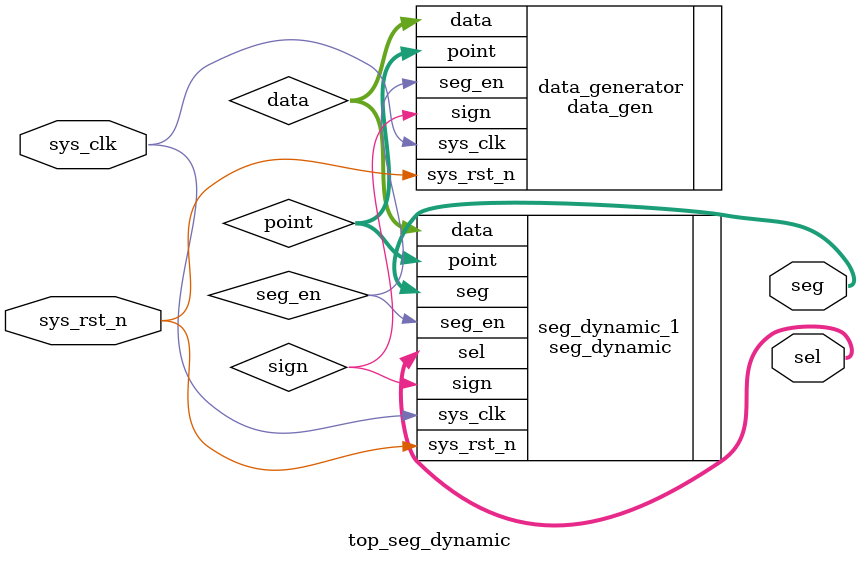
<source format=v>
module top_seg_dynamic
(
	input	wire		sys_clk		,
	input	wire		sys_rst_n	,
	
	output	wire	[5:0]	sel		,
	output	wire	[7:0]	seg
);

wire	[19:0]	data		;
wire	[5:0]	point		;
wire			seg_en		;
wire			sign        ;





data_gen
#(	.CNT_MAX(23'd499_9),
	.DATA_MAX(20'd999_999))
data_generator
(
	.sys_clk		(sys_clk)	,
	.sys_rst_n		(sys_rst_n)	,

	.data			(data)		,
	.point			(point)		,
	.seg_en			(seg_en)	,
	.sign        	(sign)

);


seg_dynamic
#(
	.CNT_SEG_MAX(16'd49)
)
seg_dynamic_1
(
	.sys_clk		(sys_clk)			,
	.sys_rst_n		(sys_rst_n)			,
	.data			(data)				,
	.point			(point)				,
	.sign			(sign)				,
	.seg_en			(seg_en)			,

	.seg 			(seg)				,
	.sel	        (sel)		
	
);


endmodule

</source>
